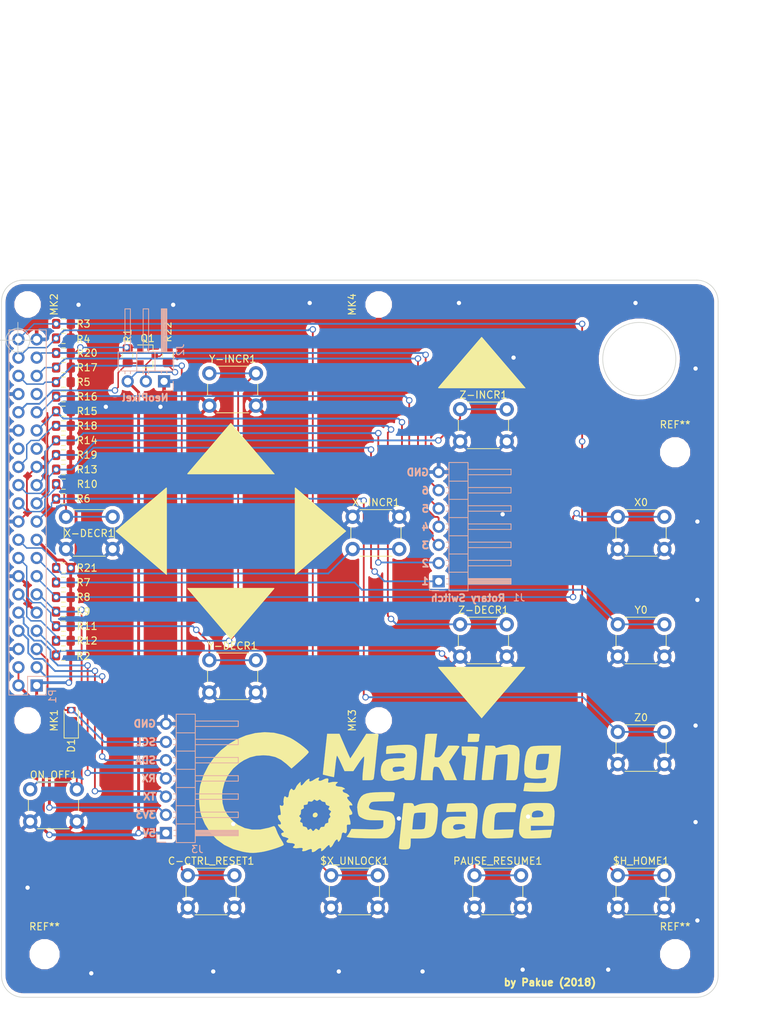
<source format=kicad_pcb>
(kicad_pcb (version 20171130) (host pcbnew "(5.0.0-3-g5ebb6b6)")
  (title_block (date "15 nov 2012"))
  (layers (0 F.Cu signal hide) (31 B.Cu signal hide) (34 B.Paste user) (35 F.Paste user) (36 B.SilkS user) (37 F.SilkS user) (38 B.Mask user) (39 F.Mask user) (44 Edge.Cuts user))
  (net 0 "")
  (net 1 +3V3)
  (net 2 +5V)
  (net 3 GND)
  (net 4 /ID_SD)
  (net 5 /ID_SC)
  (net 6 /GPIO5)
  (net 7 /GPIO6)
  (net 8 /GPIO26)
  (net 9 "/GPIO2(SDA1)")
  (net 10 "/GPIO3(SCL1)")
  (net 11 "/GPIO4(GCLK)")
  (net 12 "/GPIO14(TXD0)")
  (net 13 "/GPIO15(RXD0)")
  (net 14 "/GPIO17(GEN0)")
  (net 15 "/GPIO27(GEN2)")
  (net 16 "/GPIO22(GEN3)")
  (net 17 "/GPIO23(GEN4)")
  (net 18 "/GPIO24(GEN5)")
  (net 19 "/GPIO25(GEN6)")
  (net 20 "/GPIO18(GEN1)(PWM0)")
  (net 21 "/GPIO10(SPI0_MOSI)")
  (net 22 "/GPIO9(SPI0_MISO)")
  (net 23 "/GPIO11(SPI0_SCK)")
  (net 24 "/GPIO8(SPI0_CE_N)")
  (net 25 "/GPIO7(SPI1_CE_N)")
  (net 26 "/GPIO12(PWM0)")
  (net 27 "/GPIO13(PWM1)")
  (net 28 "/GPIO19(SPI1_MISO)")
  (net 29 /GPIO16)
  (net 30 "/GPIO20(SPI1_MOSI)")
  (net 31 "/GPIO21(SPI1_SCK)")
  (net 32 "Net-(J2-Pad2)")
  (module Graphics:CoMakingSpace_Logo (layer F.Cu) (at 87.182 148.991)
    (fp_text reference G*** hide)
    (fp_text value LOGO hide)
  )
  (module MountingHole:MountingHole_2.7mm_M2.5 (layer F.Cu) (at 86.906 80.875 90)
    (fp_text reference MK4 (at 0 -3.7 90) (layer F.SilkS))
    (fp_text value M2.5)
    (pad 1 np_thru_hole circle (at 0 0 90) (size 2.7 2.7) (drill 2.7) (layers *.Cu *.Mask))
  )
  (module Connector_PinSocket_2.54mm:PinSocket_2x20_P2.54mm_Vertical (layer B.Cu) (at 39.176 134.005)
    (fp_text reference P1 (at 2.208 1.512 -270) (layer B.SilkS) (effects (justify mirror)))
    (fp_text value Conn_02x20_Odd_Even)
    (pad 1 thru_hole rect (at 0 0) (size 1.7 1.7) (drill 1) (layers *.Cu *.Mask) (net 1 +3V3))
    (pad 2 thru_hole oval (at -2.54 0) (size 1.7 1.7) (drill 1) (layers *.Cu *.Mask) (net 2 +5V))
    (pad 3 thru_hole oval (at 0 -2.54) (size 1.7 1.7) (drill 1) (layers *.Cu *.Mask) (net 9 "/GPIO2(SDA1)"))
    (pad 4 thru_hole oval (at -2.54 -2.54) (size 1.7 1.7) (drill 1) (layers *.Cu *.Mask) (net 2 +5V))
    (pad 5 thru_hole oval (at 0 -5.08) (size 1.7 1.7) (drill 1) (layers *.Cu *.Mask) (net 10 "/GPIO3(SCL1)"))
    (pad 6 thru_hole oval (at -2.54 -5.08) (size 1.7 1.7) (drill 1) (layers *.Cu *.Mask) (net 3 GND))
    (pad 7 thru_hole oval (at 0 -7.62) (size 1.7 1.7) (drill 1) (layers *.Cu *.Mask) (net 11 "/GPIO4(GCLK)"))
    (pad 8 thru_hole oval (at -2.54 -7.62) (size 1.7 1.7) (drill 1) (layers *.Cu *.Mask) (net 12 "/GPIO14(TXD0)"))
    (pad 9 thru_hole oval (at 0 -10.16) (size 1.7 1.7) (drill 1) (layers *.Cu *.Mask) (net 3 GND))
    (pad 10 thru_hole oval (at -2.54 -10.16) (size 1.7 1.7) (drill 1) (layers *.Cu *.Mask) (net 13 "/GPIO15(RXD0)"))
    (pad 11 thru_hole oval (at 0 -12.7) (size 1.7 1.7) (drill 1) (layers *.Cu *.Mask) (net 14 "/GPIO17(GEN0)"))
    (pad 12 thru_hole oval (at -2.54 -12.7) (size 1.7 1.7) (drill 1) (layers *.Cu *.Mask) (net 20 "/GPIO18(GEN1)(PWM0)"))
    (pad 13 thru_hole oval (at 0 -15.24) (size 1.7 1.7) (drill 1) (layers *.Cu *.Mask) (net 15 "/GPIO27(GEN2)"))
    (pad 14 thru_hole oval (at -2.54 -15.24) (size 1.7 1.7) (drill 1) (layers *.Cu *.Mask) (net 3 GND))
    (pad 15 thru_hole oval (at 0 -17.78) (size 1.7 1.7) (drill 1) (layers *.Cu *.Mask) (net 16 "/GPIO22(GEN3)"))
    (pad 16 thru_hole oval (at -2.54 -17.78) (size 1.7 1.7) (drill 1) (layers *.Cu *.Mask) (net 17 "/GPIO23(GEN4)"))
    (pad 17 thru_hole oval (at 0 -20.32) (size 1.7 1.7) (drill 1) (layers *.Cu *.Mask) (net 1 +3V3))
    (pad 18 thru_hole oval (at -2.54 -20.32) (size 1.7 1.7) (drill 1) (layers *.Cu *.Mask) (net 18 "/GPIO24(GEN5)"))
    (pad 19 thru_hole oval (at 0 -22.86) (size 1.7 1.7) (drill 1) (layers *.Cu *.Mask) (net 21 "/GPIO10(SPI0_MOSI)"))
    (pad 20 thru_hole oval (at -2.54 -22.86) (size 1.7 1.7) (drill 1) (layers *.Cu *.Mask) (net 3 GND))
    (pad 21 thru_hole oval (at 0 -25.4) (size 1.7 1.7) (drill 1) (layers *.Cu *.Mask) (net 22 "/GPIO9(SPI0_MISO)"))
    (pad 22 thru_hole oval (at -2.54 -25.4) (size 1.7 1.7) (drill 1) (layers *.Cu *.Mask) (net 19 "/GPIO25(GEN6)"))
    (pad 23 thru_hole oval (at 0 -27.94) (size 1.7 1.7) (drill 1) (layers *.Cu *.Mask) (net 23 "/GPIO11(SPI0_SCK)"))
    (pad 24 thru_hole oval (at -2.54 -27.94) (size 1.7 1.7) (drill 1) (layers *.Cu *.Mask) (net 24 "/GPIO8(SPI0_CE_N)"))
    (pad 25 thru_hole oval (at 0 -30.48) (size 1.7 1.7) (drill 1) (layers *.Cu *.Mask) (net 3 GND))
    (pad 26 thru_hole oval (at -2.54 -30.48) (size 1.7 1.7) (drill 1) (layers *.Cu *.Mask) (net 25 "/GPIO7(SPI1_CE_N)"))
    (pad 27 thru_hole oval (at 0 -33.02) (size 1.7 1.7) (drill 1) (layers *.Cu *.Mask) (net 4 /ID_SD))
    (pad 28 thru_hole oval (at -2.54 -33.02) (size 1.7 1.7) (drill 1) (layers *.Cu *.Mask) (net 5 /ID_SC))
    (pad 29 thru_hole oval (at 0 -35.56) (size 1.7 1.7) (drill 1) (layers *.Cu *.Mask) (net 6 /GPIO5))
    (pad 30 thru_hole oval (at -2.54 -35.56) (size 1.7 1.7) (drill 1) (layers *.Cu *.Mask) (net 3 GND))
    (pad 31 thru_hole oval (at 0 -38.1) (size 1.7 1.7) (drill 1) (layers *.Cu *.Mask) (net 7 /GPIO6))
    (pad 32 thru_hole oval (at -2.54 -38.1) (size 1.7 1.7) (drill 1) (layers *.Cu *.Mask) (net 26 "/GPIO12(PWM0)"))
    (pad 33 thru_hole oval (at 0 -40.64) (size 1.7 1.7) (drill 1) (layers *.Cu *.Mask) (net 27 "/GPIO13(PWM1)"))
    (pad 34 thru_hole oval (at -2.54 -40.64) (size 1.7 1.7) (drill 1) (layers *.Cu *.Mask) (net 3 GND))
    (pad 35 thru_hole oval (at 0 -43.18) (size 1.7 1.7) (drill 1) (layers *.Cu *.Mask) (net 28 "/GPIO19(SPI1_MISO)"))
    (pad 36 thru_hole oval (at -2.54 -43.18) (size 1.7 1.7) (drill 1) (layers *.Cu *.Mask) (net 29 /GPIO16))
    (pad 37 thru_hole oval (at 0 -45.72) (size 1.7 1.7) (drill 1) (layers *.Cu *.Mask) (net 8 /GPIO26))
    (pad 38 thru_hole oval (at -2.54 -45.72) (size 1.7 1.7) (drill 1) (layers *.Cu *.Mask) (net 30 "/GPIO20(SPI1_MOSI)"))
    (pad 39 thru_hole oval (at 0 -48.26) (size 1.7 1.7) (drill 1) (layers *.Cu *.Mask) (net 3 GND))
    (pad 40 thru_hole oval (at -2.54 -48.26) (size 1.7 1.7) (drill 1) (layers *.Cu *.Mask) (net 31 "/GPIO21(SPI1_SCK)"))
  )
  (module MountingHole:MountingHole_2.7mm_M2.5 (layer F.Cu) (at 86.906 138.875 90)
    (fp_text reference MK3 (at 0 -3.7 90) (layer F.SilkS))
    (fp_text value M2.5)
    (pad 1 np_thru_hole circle (at 0 0 90) (size 2.7 2.7) (drill 2.7) (layers *.Cu *.Mask))
  )
  (module MountingHole:MountingHole_2.7mm_M2.5 (layer F.Cu) (at 37.906 80.875 270)
    (fp_text reference MK2 (at 0 -3.7 270) (layer F.SilkS))
    (fp_text value M2.5)
    (pad 1 np_thru_hole circle (at 0 0 270) (size 2.7 2.7) (drill 2.7) (layers *.Cu *.Mask))
  )
  (module MountingHole:MountingHole_2.7mm_M2.5 (layer F.Cu) (at 37.906 138.875 270)
    (fp_text reference MK1 (at 0 -3.7 270) (layer F.SilkS))
    (fp_text value M2.5)
    (pad 1 np_thru_hole circle (at 0 0 270) (size 2.7 2.7) (drill 2.7) (layers *.Cu *.Mask))
  )
  (module Button_Switch_THT:SW_PUSH_6mm (layer F.Cu) (at 120.272 160.478)
    (fp_text reference $H_HOME1 (at 3.25 -2) (layer F.SilkS))
    (fp_text value SW_Push)
    (pad 2 thru_hole circle (at 0 4.5 90) (size 2 2) (drill 1.1) (layers *.Cu *.Mask) (net 3 GND))
    (pad 1 thru_hole circle (at 0 0 90) (size 2 2) (drill 1.1) (layers *.Cu *.Mask) (net 31 "/GPIO21(SPI1_SCK)"))
    (pad 2 thru_hole circle (at 6.5 4.5 90) (size 2 2) (drill 1.1) (layers *.Cu *.Mask) (net 3 GND))
    (pad 1 thru_hole circle (at 6.5 0 90) (size 2 2) (drill 1.1) (layers *.Cu *.Mask) (net 31 "/GPIO21(SPI1_SCK)"))
  )
  (module Button_Switch_THT:SW_PUSH_6mm (layer F.Cu) (at 80.272 160.478)
    (fp_text reference $X_UNLOCK1 (at 3.25 -2) (layer F.SilkS))
    (fp_text value SW_Push)
    (pad 1 thru_hole circle (at 6.5 0 90) (size 2 2) (drill 1.1) (layers *.Cu *.Mask) (net 30 "/GPIO20(SPI1_MOSI)"))
    (pad 2 thru_hole circle (at 6.5 4.5 90) (size 2 2) (drill 1.1) (layers *.Cu *.Mask) (net 3 GND))
    (pad 1 thru_hole circle (at 0 0 90) (size 2 2) (drill 1.1) (layers *.Cu *.Mask) (net 30 "/GPIO20(SPI1_MOSI)"))
    (pad 2 thru_hole circle (at 0 4.5 90) (size 2 2) (drill 1.1) (layers *.Cu *.Mask) (net 3 GND))
  )
  (module Button_Switch_THT:SW_PUSH_6mm (layer F.Cu) (at 60.272 160.478)
    (fp_text reference C-CTRL_RESET1 (at 3.25 -2) (layer F.SilkS))
    (fp_text value SW_Push)
    (pad 2 thru_hole circle (at 0 4.5 90) (size 2 2) (drill 1.1) (layers *.Cu *.Mask) (net 3 GND))
    (pad 1 thru_hole circle (at 0 0 90) (size 2 2) (drill 1.1) (layers *.Cu *.Mask) (net 29 /GPIO16))
    (pad 2 thru_hole circle (at 6.5 4.5 90) (size 2 2) (drill 1.1) (layers *.Cu *.Mask) (net 3 GND))
    (pad 1 thru_hole circle (at 6.5 0 90) (size 2 2) (drill 1.1) (layers *.Cu *.Mask) (net 29 /GPIO16))
  )
  (module Button_Switch_THT:SW_PUSH_6mm (layer F.Cu) (at 38.272 148.478)
    (fp_text reference ON_OFF1 (at 3.25 -2) (layer F.SilkS))
    (fp_text value SW_Push)
    (pad 1 thru_hole circle (at 6.5 0 90) (size 2 2) (drill 1.1) (layers *.Cu *.Mask) (net 14 "/GPIO17(GEN0)"))
    (pad 2 thru_hole circle (at 6.5 4.5 90) (size 2 2) (drill 1.1) (layers *.Cu *.Mask) (net 3 GND))
    (pad 1 thru_hole circle (at 0 0 90) (size 2 2) (drill 1.1) (layers *.Cu *.Mask) (net 14 "/GPIO17(GEN0)"))
    (pad 2 thru_hole circle (at 0 4.5 90) (size 2 2) (drill 1.1) (layers *.Cu *.Mask) (net 3 GND))
  )
  (module Button_Switch_THT:SW_PUSH_6mm (layer F.Cu) (at 100.272 160.478)
    (fp_text reference PAUSE_RESUME1 (at 3.25 -2) (layer F.SilkS))
    (fp_text value SW_Push)
    (pad 1 thru_hole circle (at 6.5 0 90) (size 2 2) (drill 1.1) (layers *.Cu *.Mask) (net 11 "/GPIO4(GCLK)"))
    (pad 2 thru_hole circle (at 6.5 4.5 90) (size 2 2) (drill 1.1) (layers *.Cu *.Mask) (net 3 GND))
    (pad 1 thru_hole circle (at 0 0 90) (size 2 2) (drill 1.1) (layers *.Cu *.Mask) (net 11 "/GPIO4(GCLK)"))
    (pad 2 thru_hole circle (at 0 4.5 90) (size 2 2) (drill 1.1) (layers *.Cu *.Mask) (net 3 GND))
  )
  (module Button_Switch_THT:SW_PUSH_6mm (layer F.Cu) (at 120.272 110.478)
    (fp_text reference X0 (at 3.25 -2) (layer F.SilkS))
    (fp_text value SW_Push)
    (pad 2 thru_hole circle (at 0 4.5 90) (size 2 2) (drill 1.1) (layers *.Cu *.Mask) (net 3 GND))
    (pad 1 thru_hole circle (at 0 0 90) (size 2 2) (drill 1.1) (layers *.Cu *.Mask) (net 15 "/GPIO27(GEN2)"))
    (pad 2 thru_hole circle (at 6.5 4.5 90) (size 2 2) (drill 1.1) (layers *.Cu *.Mask) (net 3 GND))
    (pad 1 thru_hole circle (at 6.5 0 90) (size 2 2) (drill 1.1) (layers *.Cu *.Mask) (net 15 "/GPIO27(GEN2)"))
  )
  (module Button_Switch_THT:SW_PUSH_6mm (layer F.Cu) (at 43.272 110.478)
    (fp_text reference X-DECR1 (at 3.25 2.306) (layer F.SilkS))
    (fp_text value SW_Push)
    (pad 1 thru_hole circle (at 6.5 0 90) (size 2 2) (drill 1.1) (layers *.Cu *.Mask) (net 19 "/GPIO25(GEN6)"))
    (pad 2 thru_hole circle (at 6.5 4.5 90) (size 2 2) (drill 1.1) (layers *.Cu *.Mask) (net 3 GND))
    (pad 1 thru_hole circle (at 0 0 90) (size 2 2) (drill 1.1) (layers *.Cu *.Mask) (net 19 "/GPIO25(GEN6)"))
    (pad 2 thru_hole circle (at 0 4.5 90) (size 2 2) (drill 1.1) (layers *.Cu *.Mask) (net 3 GND))
  )
  (module Button_Switch_THT:SW_PUSH_6mm (layer F.Cu) (at 83.272 110.478)
    (fp_text reference X-INCR1 (at 3.25 -2) (layer F.SilkS))
    (fp_text value SW_Push)
    (pad 1 thru_hole circle (at 6.5 0 90) (size 2 2) (drill 1.1) (layers *.Cu *.Mask) (net 3 GND))
    (pad 2 thru_hole circle (at 6.5 4.5 90) (size 2 2) (drill 1.1) (layers *.Cu *.Mask) (net 18 "/GPIO24(GEN5)"))
    (pad 1 thru_hole circle (at 0 0 90) (size 2 2) (drill 1.1) (layers *.Cu *.Mask) (net 3 GND))
    (pad 2 thru_hole circle (at 0 4.5 90) (size 2 2) (drill 1.1) (layers *.Cu *.Mask) (net 18 "/GPIO24(GEN5)"))
  )
  (module Button_Switch_THT:SW_PUSH_6mm (layer F.Cu) (at 120.272 125.478)
    (fp_text reference Y0 (at 3.25 -2) (layer F.SilkS))
    (fp_text value SW_Push)
    (pad 1 thru_hole circle (at 6.5 0 90) (size 2 2) (drill 1.1) (layers *.Cu *.Mask) (net 16 "/GPIO22(GEN3)"))
    (pad 2 thru_hole circle (at 6.5 4.5 90) (size 2 2) (drill 1.1) (layers *.Cu *.Mask) (net 3 GND))
    (pad 1 thru_hole circle (at 0 0 90) (size 2 2) (drill 1.1) (layers *.Cu *.Mask) (net 16 "/GPIO22(GEN3)"))
    (pad 2 thru_hole circle (at 0 4.5 90) (size 2 2) (drill 1.1) (layers *.Cu *.Mask) (net 3 GND))
  )
  (module Button_Switch_THT:SW_PUSH_6mm (layer F.Cu) (at 63.272 130.478)
    (fp_text reference Y-DECR1 (at 3.25 -2) (layer F.SilkS))
    (fp_text value SW_Push)
    (pad 2 thru_hole circle (at 0 4.5 90) (size 2 2) (drill 1.1) (layers *.Cu *.Mask) (net 3 GND))
    (pad 1 thru_hole circle (at 0 0 90) (size 2 2) (drill 1.1) (layers *.Cu *.Mask) (net 17 "/GPIO23(GEN4)"))
    (pad 2 thru_hole circle (at 6.5 4.5 90) (size 2 2) (drill 1.1) (layers *.Cu *.Mask) (net 3 GND))
    (pad 1 thru_hole circle (at 6.5 0 90) (size 2 2) (drill 1.1) (layers *.Cu *.Mask) (net 17 "/GPIO23(GEN4)"))
  )
  (module Button_Switch_THT:SW_PUSH_6mm (layer F.Cu) (at 63.272 90.478)
    (fp_text reference Y-INCR1 (at 3.25 -2) (layer F.SilkS))
    (fp_text value SW_Push)
    (pad 2 thru_hole circle (at 0 4.5 90) (size 2 2) (drill 1.1) (layers *.Cu *.Mask) (net 3 GND))
    (pad 1 thru_hole circle (at 0 0 90) (size 2 2) (drill 1.1) (layers *.Cu *.Mask) (net 20 "/GPIO18(GEN1)(PWM0)"))
    (pad 2 thru_hole circle (at 6.5 4.5 90) (size 2 2) (drill 1.1) (layers *.Cu *.Mask) (net 3 GND))
    (pad 1 thru_hole circle (at 6.5 0 90) (size 2 2) (drill 1.1) (layers *.Cu *.Mask) (net 20 "/GPIO18(GEN1)(PWM0)"))
  )
  (module Button_Switch_THT:SW_PUSH_6mm (layer F.Cu) (at 120.272 140.478)
    (fp_text reference Z0 (at 3.25 -2) (layer F.SilkS))
    (fp_text value SW_Push)
    (pad 2 thru_hole circle (at 0 4.5 90) (size 2 2) (drill 1.1) (layers *.Cu *.Mask) (net 3 GND))
    (pad 1 thru_hole circle (at 0 0 90) (size 2 2) (drill 1.1) (layers *.Cu *.Mask) (net 21 "/GPIO10(SPI0_MOSI)"))
    (pad 2 thru_hole circle (at 6.5 4.5 90) (size 2 2) (drill 1.1) (layers *.Cu *.Mask) (net 3 GND))
    (pad 1 thru_hole circle (at 6.5 0 90) (size 2 2) (drill 1.1) (layers *.Cu *.Mask) (net 21 "/GPIO10(SPI0_MOSI)"))
  )
  (module Button_Switch_THT:SW_PUSH_6mm (layer F.Cu) (at 98.272 125.478)
    (fp_text reference Z-DECR1 (at 3.25 -2) (layer F.SilkS))
    (fp_text value SW_Push)
    (pad 2 thru_hole circle (at 0 4.5 90) (size 2 2) (drill 1.1) (layers *.Cu *.Mask) (net 3 GND))
    (pad 1 thru_hole circle (at 0 0 90) (size 2 2) (drill 1.1) (layers *.Cu *.Mask) (net 25 "/GPIO7(SPI1_CE_N)"))
    (pad 2 thru_hole circle (at 6.5 4.5 90) (size 2 2) (drill 1.1) (layers *.Cu *.Mask) (net 3 GND))
    (pad 1 thru_hole circle (at 6.5 0 90) (size 2 2) (drill 1.1) (layers *.Cu *.Mask) (net 25 "/GPIO7(SPI1_CE_N)"))
  )
  (module Button_Switch_THT:SW_PUSH_6mm (layer F.Cu) (at 98.272 95.478)
    (fp_text reference Z-INCR1 (at 3.25 -2) (layer F.SilkS))
    (fp_text value SW_Push)
    (pad 1 thru_hole circle (at 6.5 0 90) (size 2 2) (drill 1.1) (layers *.Cu *.Mask) (net 24 "/GPIO8(SPI0_CE_N)"))
    (pad 2 thru_hole circle (at 6.5 4.5 90) (size 2 2) (drill 1.1) (layers *.Cu *.Mask) (net 3 GND))
    (pad 1 thru_hole circle (at 0 0 90) (size 2 2) (drill 1.1) (layers *.Cu *.Mask) (net 24 "/GPIO8(SPI0_CE_N)"))
    (pad 2 thru_hole circle (at 0 4.5 90) (size 2 2) (drill 1.1) (layers *.Cu *.Mask) (net 3 GND))
  )
  (module Connector_PinHeader_2.54mm:PinHeader_1x07_P2.54mm_Horizontal (layer B.Cu) (at 95.272 119.478)
    (fp_text reference J1 (at 11.214 2.27) (layer B.SilkS) (effects (justify mirror)))
    (fp_text value Conn_01x07_Male)
    (pad 1 thru_hole rect (at 0 0) (size 1.7 1.7) (drill 1) (layers *.Cu *.Mask) (net 22 "/GPIO9(SPI0_MISO)"))
    (pad 2 thru_hole oval (at 0 -2.54) (size 1.7 1.7) (drill 1) (layers *.Cu *.Mask) (net 23 "/GPIO11(SPI0_SCK)"))
    (pad 3 thru_hole oval (at 0 -5.08) (size 1.7 1.7) (drill 1) (layers *.Cu *.Mask) (net 6 /GPIO5))
    (pad 4 thru_hole oval (at 0 -7.62) (size 1.7 1.7) (drill 1) (layers *.Cu *.Mask) (net 7 /GPIO6))
    (pad 5 thru_hole oval (at 0 -10.16) (size 1.7 1.7) (drill 1) (layers *.Cu *.Mask) (net 28 "/GPIO19(SPI1_MISO)"))
    (pad 6 thru_hole oval (at 0 -12.7) (size 1.7 1.7) (drill 1) (layers *.Cu *.Mask) (net 8 /GPIO26))
    (pad 7 thru_hole oval (at 0 -15.24) (size 1.7 1.7) (drill 1) (layers *.Cu *.Mask) (net 3 GND))
  )
  (module Resistor_SMD:R_0805_2012Metric_Pad1.15x1.40mm_HandSolder (layer F.Cu) (at 42.899 129.802 180)
    (fp_text reference R2 (at -2.785 -0.127 180) (layer F.SilkS))
    (fp_text value 10k)
    (pad 2 smd roundrect (at 1.025 0 180) (size 1.15 1.4) (layers F.Cu F.Paste F.Mask) (roundrect_rratio 0.217391) (net 11 "/GPIO4(GCLK)"))
    (pad 1 smd roundrect (at -1.025 0 180) (size 1.15 1.4) (layers F.Cu F.Paste F.Mask) (roundrect_rratio 0.217391) (net 1 +3V3))
  )
  (module Resistor_SMD:R_0805_2012Metric_Pad1.15x1.40mm_HandSolder (layer F.Cu) (at 42.917 83.574 180)
    (fp_text reference R3 (at -2.785 0 180) (layer F.SilkS))
    (fp_text value 10k)
    (pad 1 smd roundrect (at -1.025 0 180) (size 1.15 1.4) (layers F.Cu F.Paste F.Mask) (roundrect_rratio 0.217391) (net 1 +3V3))
    (pad 2 smd roundrect (at 1.025 0 180) (size 1.15 1.4) (layers F.Cu F.Paste F.Mask) (roundrect_rratio 0.217391) (net 31 "/GPIO21(SPI1_SCK)"))
  )
  (module Resistor_SMD:R_0805_2012Metric_Pad1.15x1.40mm_HandSolder (layer F.Cu) (at 42.899 85.606 180)
    (fp_text reference R4 (at -2.785 -0.127 180) (layer F.SilkS))
    (fp_text value 10k)
    (pad 2 smd roundrect (at 1.025 0 180) (size 1.15 1.4) (layers F.Cu F.Paste F.Mask) (roundrect_rratio 0.217391) (net 30 "/GPIO20(SPI1_MOSI)"))
    (pad 1 smd roundrect (at -1.025 0 180) (size 1.15 1.4) (layers F.Cu F.Paste F.Mask) (roundrect_rratio 0.217391) (net 1 +3V3))
  )
  (module Resistor_SMD:R_0805_2012Metric_Pad1.15x1.40mm_HandSolder (layer F.Cu) (at 42.899 91.702 180)
    (fp_text reference R5 (at -2.803 0 180) (layer F.SilkS))
    (fp_text value 10k)
    (pad 1 smd roundrect (at -1.025 0 180) (size 1.15 1.4) (layers F.Cu F.Paste F.Mask) (roundrect_rratio 0.217391) (net 1 +3V3))
    (pad 2 smd roundrect (at 1.025 0 180) (size 1.15 1.4) (layers F.Cu F.Paste F.Mask) (roundrect_rratio 0.217391) (net 29 /GPIO16))
  )
  (module Resistor_SMD:R_0805_2012Metric_Pad1.15x1.40mm_HandSolder (layer F.Cu) (at 42.899 107.958 180)
    (fp_text reference R6 (at -2.803 0 180) (layer F.SilkS))
    (fp_text value 10k)
    (pad 2 smd roundrect (at 1.025 0 180) (size 1.15 1.4) (layers F.Cu F.Paste F.Mask) (roundrect_rratio 0.217391) (net 21 "/GPIO10(SPI0_MOSI)"))
    (pad 1 smd roundrect (at -1.025 0 180) (size 1.15 1.4) (layers F.Cu F.Paste F.Mask) (roundrect_rratio 0.217391) (net 1 +3V3))
  )
  (module Resistor_SMD:R_0805_2012Metric_Pad1.15x1.40mm_HandSolder (layer F.Cu) (at 42.899 119.642 180)
    (fp_text reference R7 (at -2.803 0 180) (layer F.SilkS))
    (fp_text value 10k)
    (pad 1 smd roundrect (at -1.025 0 180) (size 1.15 1.4) (layers F.Cu F.Paste F.Mask) (roundrect_rratio 0.217391) (net 1 +3V3))
    (pad 2 smd roundrect (at 1.025 0 180) (size 1.15 1.4) (layers F.Cu F.Paste F.Mask) (roundrect_rratio 0.217391) (net 16 "/GPIO22(GEN3)"))
  )
  (module Resistor_SMD:R_0805_2012Metric_Pad1.15x1.40mm_HandSolder (layer F.Cu) (at 42.899 121.674 180)
    (fp_text reference R8 (at -2.803 0 180) (layer F.SilkS))
    (fp_text value 10k)
    (pad 2 smd roundrect (at 1.025 0 180) (size 1.15 1.4) (layers F.Cu F.Paste F.Mask) (roundrect_rratio 0.217391) (net 15 "/GPIO27(GEN2)"))
    (pad 1 smd roundrect (at -1.025 0 180) (size 1.15 1.4) (layers F.Cu F.Paste F.Mask) (roundrect_rratio 0.217391) (net 1 +3V3))
  )
  (module Resistor_SMD:R_0805_2012Metric_Pad1.15x1.40mm_HandSolder (layer F.Cu) (at 42.899 123.706 180)
    (fp_text reference R9 (at -2.803 0 180) (layer F.SilkS))
    (fp_text value 10k)
    (pad 1 smd roundrect (at -1.025 0 180) (size 1.15 1.4) (layers F.Cu F.Paste F.Mask) (roundrect_rratio 0.217391) (net 1 +3V3))
    (pad 2 smd roundrect (at 1.025 0 180) (size 1.15 1.4) (layers F.Cu F.Paste F.Mask) (roundrect_rratio 0.217391) (net 14 "/GPIO17(GEN0)"))
  )
  (module Resistor_SMD:R_0805_2012Metric_Pad1.15x1.40mm_HandSolder (layer F.Cu) (at 42.917 105.926 180)
    (fp_text reference R10 (at -3.311 0 180) (layer F.SilkS))
    (fp_text value 10k)
    (pad 2 smd roundrect (at 1.025 0 180) (size 1.15 1.4) (layers F.Cu F.Paste F.Mask) (roundrect_rratio 0.217391) (net 19 "/GPIO25(GEN6)"))
    (pad 1 smd roundrect (at -1.025 0 180) (size 1.15 1.4) (layers F.Cu F.Paste F.Mask) (roundrect_rratio 0.217391) (net 1 +3V3))
  )
  (module Resistor_SMD:R_0805_2012Metric_Pad1.15x1.40mm_HandSolder (layer F.Cu) (at 42.899 125.738 180)
    (fp_text reference R11 (at -3.311 0 180) (layer F.SilkS))
    (fp_text value 10k)
    (pad 1 smd roundrect (at -1.025 0 180) (size 1.15 1.4) (layers F.Cu F.Paste F.Mask) (roundrect_rratio 0.217391) (net 1 +3V3))
    (pad 2 smd roundrect (at 1.025 0 180) (size 1.15 1.4) (layers F.Cu F.Paste F.Mask) (roundrect_rratio 0.217391) (net 17 "/GPIO23(GEN4)"))
  )
  (module Resistor_SMD:R_0805_2012Metric_Pad1.15x1.40mm_HandSolder (layer F.Cu) (at 42.899 127.77 180)
    (fp_text reference R12 (at -3.311 0 180) (layer F.SilkS))
    (fp_text value 10k)
    (pad 1 smd roundrect (at -1.025 0 180) (size 1.15 1.4) (layers F.Cu F.Paste F.Mask) (roundrect_rratio 0.217391) (net 1 +3V3))
    (pad 2 smd roundrect (at 1.025 0 180) (size 1.15 1.4) (layers F.Cu F.Paste F.Mask) (roundrect_rratio 0.217391) (net 20 "/GPIO18(GEN1)(PWM0)"))
  )
  (module Resistor_SMD:R_0805_2012Metric_Pad1.15x1.40mm_HandSolder (layer F.Cu) (at 42.917 103.894 180)
    (fp_text reference R13 (at -3.293 0 180) (layer F.SilkS))
    (fp_text value 10k)
    (pad 2 smd roundrect (at 1.025 0 180) (size 1.15 1.4) (layers F.Cu F.Paste F.Mask) (roundrect_rratio 0.217391) (net 22 "/GPIO9(SPI0_MISO)"))
    (pad 1 smd roundrect (at -1.025 0 180) (size 1.15 1.4) (layers F.Cu F.Paste F.Mask) (roundrect_rratio 0.217391) (net 1 +3V3))
  )
  (module Resistor_SMD:R_0805_2012Metric_Pad1.15x1.40mm_HandSolder (layer F.Cu) (at 42.899 99.83 180)
    (fp_text reference R14 (at -3.311 0 180) (layer F.SilkS))
    (fp_text value 10k)
    (pad 1 smd roundrect (at -1.025 0 180) (size 1.15 1.4) (layers F.Cu F.Paste F.Mask) (roundrect_rratio 0.217391) (net 1 +3V3))
    (pad 2 smd roundrect (at 1.025 0 180) (size 1.15 1.4) (layers F.Cu F.Paste F.Mask) (roundrect_rratio 0.217391) (net 23 "/GPIO11(SPI0_SCK)"))
  )
  (module Resistor_SMD:R_0805_2012Metric_Pad1.15x1.40mm_HandSolder (layer F.Cu) (at 42.917 95.766 180)
    (fp_text reference R15 (at -3.293 0 180) (layer F.SilkS))
    (fp_text value 10k)
    (pad 2 smd roundrect (at 1.025 0 180) (size 1.15 1.4) (layers F.Cu F.Paste F.Mask) (roundrect_rratio 0.217391) (net 6 /GPIO5))
    (pad 1 smd roundrect (at -1.025 0 180) (size 1.15 1.4) (layers F.Cu F.Paste F.Mask) (roundrect_rratio 0.217391) (net 1 +3V3))
  )
  (module Resistor_SMD:R_0805_2012Metric_Pad1.15x1.40mm_HandSolder (layer F.Cu) (at 42.917 93.734 180)
    (fp_text reference R16 (at -3.311 0 180) (layer F.SilkS))
    (fp_text value 10k)
    (pad 1 smd roundrect (at -1.025 0 180) (size 1.15 1.4) (layers F.Cu F.Paste F.Mask) (roundrect_rratio 0.217391) (net 1 +3V3))
    (pad 2 smd roundrect (at 1.025 0 180) (size 1.15 1.4) (layers F.Cu F.Paste F.Mask) (roundrect_rratio 0.217391) (net 7 /GPIO6))
  )
  (module Resistor_SMD:R_0805_2012Metric_Pad1.15x1.40mm_HandSolder (layer F.Cu) (at 42.917 89.67 180)
    (fp_text reference R17 (at -3.293 0 180) (layer F.SilkS))
    (fp_text value 10k)
    (pad 2 smd roundrect (at 1.025 0 180) (size 1.15 1.4) (layers F.Cu F.Paste F.Mask) (roundrect_rratio 0.217391) (net 28 "/GPIO19(SPI1_MISO)"))
    (pad 1 smd roundrect (at -1.025 0 180) (size 1.15 1.4) (layers F.Cu F.Paste F.Mask) (roundrect_rratio 0.217391) (net 1 +3V3))
  )
  (module Resistor_SMD:R_0805_2012Metric_Pad1.15x1.40mm_HandSolder (layer F.Cu) (at 42.908 97.798 180)
    (fp_text reference R18 (at -3.302 0 180) (layer F.SilkS))
    (fp_text value 10k)
    (pad 2 smd roundrect (at 1.025 0 180) (size 1.15 1.4) (layers F.Cu F.Paste F.Mask) (roundrect_rratio 0.217391) (net 25 "/GPIO7(SPI1_CE_N)"))
    (pad 1 smd roundrect (at -1.025 0 180) (size 1.15 1.4) (layers F.Cu F.Paste F.Mask) (roundrect_rratio 0.217391) (net 1 +3V3))
  )
  (module Resistor_SMD:R_0805_2012Metric_Pad1.15x1.40mm_HandSolder (layer F.Cu) (at 42.899 101.862 180)
    (fp_text reference R19 (at -3.293 0 180) (layer F.SilkS))
    (fp_text value 10k)
    (pad 2 smd roundrect (at 1.025 0 180) (size 1.15 1.4) (layers F.Cu F.Paste F.Mask) (roundrect_rratio 0.217391) (net 24 "/GPIO8(SPI0_CE_N)"))
    (pad 1 smd roundrect (at -1.025 0 180) (size 1.15 1.4) (layers F.Cu F.Paste F.Mask) (roundrect_rratio 0.217391) (net 1 +3V3))
  )
  (module Resistor_SMD:R_0805_2012Metric_Pad1.15x1.40mm_HandSolder (layer F.Cu) (at 42.917 87.638 180)
    (fp_text reference R20 (at -3.293 0 180) (layer F.SilkS))
    (fp_text value 10k)
    (pad 1 smd roundrect (at -1.025 0 180) (size 1.15 1.4) (layers F.Cu F.Paste F.Mask) (roundrect_rratio 0.217391) (net 1 +3V3))
    (pad 2 smd roundrect (at 1.025 0 180) (size 1.15 1.4) (layers F.Cu F.Paste F.Mask) (roundrect_rratio 0.217391) (net 8 /GPIO26))
  )
  (module Resistor_SMD:R_0805_2012Metric_Pad1.15x1.40mm_HandSolder (layer F.Cu) (at 42.917 117.61 180)
    (fp_text reference R21 (at -3.293 0 180) (layer F.SilkS))
    (fp_text value 10k)
    (pad 1 smd roundrect (at -1.025 0 180) (size 1.15 1.4) (layers F.Cu F.Paste F.Mask) (roundrect_rratio 0.217391) (net 1 +3V3))
    (pad 2 smd roundrect (at 1.025 0 180) (size 1.15 1.4) (layers F.Cu F.Paste F.Mask) (roundrect_rratio 0.217391) (net 18 "/GPIO24(GEN5)"))
  )
  (module MountingHole:MountingHole_3.2mm_M3_ISO7380 (layer F.Cu) (at 40.272 171.478)
    (fp_text reference REF** (at 0 -3.85) (layer F.SilkS))
    (fp_text value MountingHole_3.2mm_M3_ISO7380)
    (pad 1 np_thru_hole circle (at 0 0) (size 3.2 3.2) (drill 3.2) (layers *.Cu *.Mask))
  )
  (module MountingHole:MountingHole_3.2mm_M3_ISO7380 (layer F.Cu) (at 128.272 171.478)
    (fp_text reference REF** (at 0 -3.85) (layer F.SilkS))
    (fp_text value MountingHole_3.2mm_M3_ISO7380)
    (pad 1 np_thru_hole circle (at 0 0) (size 3.2 3.2) (drill 3.2) (layers *.Cu *.Mask))
  )
  (module MountingHole:MountingHole_3.2mm_M3_ISO7380 (layer F.Cu) (at 128.272 101.478)
    (fp_text reference REF** (at 0 -3.85) (layer F.SilkS))
    (fp_text value MountingHole_3.2mm_M3_ISO7380)
    (pad 1 np_thru_hole circle (at 0 0) (size 3.2 3.2) (drill 3.2) (layers *.Cu *.Mask))
  )
  (module Connector_PinHeader_2.54mm:PinHeader_1x03_P2.54mm_Horizontal (layer B.Cu) (at 56.956 91.587 90)
    (fp_text reference J2 (at 4.385 2.27 90) (layer B.SilkS) (effects (justify mirror)))
    (fp_text value Conn_01x03_Male)
    (pad 1 thru_hole rect (at 0 0 90) (size 1.7 1.7) (drill 1) (layers *.Cu *.Mask) (net 3 GND))
    (pad 2 thru_hole oval (at 0 -2.54 90) (size 1.7 1.7) (drill 1) (layers *.Cu *.Mask) (net 32 "Net-(J2-Pad2)"))
    (pad 3 thru_hole oval (at 0 -5.08 90) (size 1.7 1.7) (drill 1) (layers *.Cu *.Mask) (net 2 +5V))
  )
  (module Diode_SMD:D_SOD-123 (layer F.Cu) (at 44.002 139.085 90)
    (fp_text reference D1 (at -3.302 0 90) (layer F.SilkS))
    (fp_text value 1N4148W)
    (pad 1 smd rect (at -1.65 0 90) (size 0.9 1.2) (layers F.Cu F.Paste F.Mask) (net 14 "/GPIO17(GEN0)"))
    (pad 2 smd rect (at 1.65 0 90) (size 0.9 1.2) (layers F.Cu F.Paste F.Mask) (net 10 "/GPIO3(SCL1)"))
  )
  (module Package_TO_SOT_SMD:SOT-23 (layer F.Cu) (at 54.654 88.097)
    (fp_text reference Q1 (at 0 -2.5) (layer F.SilkS))
    (fp_text value BSS138)
    (pad 1 smd rect (at -1 -0.95) (size 0.9 0.8) (layers F.Cu F.Paste F.Mask) (net 1 +3V3))
    (pad 2 smd rect (at -1 0.95) (size 0.9 0.8) (layers F.Cu F.Paste F.Mask) (net 26 "/GPIO12(PWM0)"))
    (pad 3 smd rect (at 1 0) (size 0.9 0.8) (layers F.Cu F.Paste F.Mask) (net 32 "Net-(J2-Pad2)"))
  )
  (module Resistor_SMD:R_0805_2012Metric_Pad1.15x1.40mm_HandSolder (layer F.Cu) (at 51.876 88.022 270)
    (fp_text reference R1 (at -2.785 0 270) (layer F.SilkS))
    (fp_text value 10k)
    (pad 1 smd roundrect (at -1.025 0 270) (size 1.15 1.4) (layers F.Cu F.Paste F.Mask) (roundrect_rratio 0.217391) (net 1 +3V3))
    (pad 2 smd roundrect (at 1.025 0 270) (size 1.15 1.4) (layers F.Cu F.Paste F.Mask) (roundrect_rratio 0.217391) (net 26 "/GPIO12(PWM0)"))
  )
  (module Resistor_SMD:R_0805_2012Metric_Pad1.15x1.40mm_HandSolder (layer F.Cu) (at 57.464 88.022 90)
    (fp_text reference R22 (at 3.311 0 90) (layer F.SilkS))
    (fp_text value 10k)
    (pad 2 smd roundrect (at 1.025 0 90) (size 1.15 1.4) (layers F.Cu F.Paste F.Mask) (roundrect_rratio 0.217391) (net 32 "Net-(J2-Pad2)"))
    (pad 1 smd roundrect (at -1.025 0 90) (size 1.15 1.4) (layers F.Cu F.Paste F.Mask) (roundrect_rratio 0.217391) (net 2 +5V))
  )
  (module Connector_PinHeader_2.54mm:PinHeader_1x07_P2.54mm_Horizontal (layer B.Cu) (at 57.21 154.579)
    (fp_text reference J3 (at 4.385 2.27) (layer B.SilkS) (effects (justify mirror)))
    (fp_text value Conn_01x07_Male)
    (pad 1 thru_hole rect (at 0 0) (size 1.7 1.7) (drill 1) (layers *.Cu *.Mask) (net 2 +5V))
    (pad 2 thru_hole oval (at 0 -2.54) (size 1.7 1.7) (drill 1) (layers *.Cu *.Mask) (net 1 +3V3))
    (pad 3 thru_hole oval (at 0 -5.08) (size 1.7 1.7) (drill 1) (layers *.Cu *.Mask) (net 12 "/GPIO14(TXD0)"))
    (pad 4 thru_hole oval (at 0 -7.62) (size 1.7 1.7) (drill 1) (layers *.Cu *.Mask) (net 13 "/GPIO15(RXD0)"))
    (pad 5 thru_hole oval (at 0 -10.16) (size 1.7 1.7) (drill 1) (layers *.Cu *.Mask) (net 9 "/GPIO2(SDA1)"))
    (pad 6 thru_hole oval (at 0 -12.7) (size 1.7 1.7) (drill 1) (layers *.Cu *.Mask) (net 10 "/GPIO3(SCL1)"))
    (pad 7 thru_hole oval (at 0 -15.24) (size 1.7 1.7) (drill 1) (layers *.Cu *.Mask) (net 3 GND))
  )
  (gr_text "by Pakue (2018)" (at 110.804 175.407) (layer F.SilkS) (effects (font (size 1 1) (thickness 0.25))))
  (gr_text 5V (at 55.94 154.579) (layer B.SilkS) (effects (font (size 1 1) (thickness 0.25)) (justify left mirror)))
  (gr_text 3V3 (at 55.94 152.039) (layer B.SilkS) (effects (font (size 1 1) (thickness 0.25)) (justify left mirror)))
  (gr_text TX (at 55.94 149.499) (layer B.SilkS) (effects (font (size 1 1) (thickness 0.25)) (justify left mirror)))
  (gr_text RX (at 55.94 146.959) (layer B.SilkS) (effects (font (size 1 1) (thickness 0.25)) (justify left mirror)))
  (gr_text SDA (at 55.94 144.419) (layer B.SilkS) (effects (font (size 1 1) (thickness 0.25)) (justify left mirror)))
  (gr_text SCL (at 55.94 141.879) (layer B.SilkS) (effects (font (size 1 1) (thickness 0.25)) (justify left mirror)))
  (gr_text GND (at 55.94 139.339) (layer B.SilkS) (effects (font (size 1 1) (thickness 0.25)) (justify left mirror)))
  (gr_text NeoPixel (at 57.718 93.873) (layer B.SilkS) (effects (font (size 1 1) (thickness 0.25)) (justify left mirror)))
  (gr_text 1 (at 94.002 119.478) (layer B.SilkS) (effects (font (size 1 1) (thickness 0.25)) (justify left mirror)))
  (gr_text 2 (at 94.04 116.987) (layer B.SilkS) (effects (font (size 1 1) (thickness 0.25)) (justify left mirror)))
  (gr_text 3 (at 94.04 114.447) (layer B.SilkS) (effects (font (size 1 1) (thickness 0.25)) (justify left mirror)))
  (gr_text 4 (at 94.04 111.907) (layer B.SilkS) (effects (font (size 1 1) (thickness 0.25)) (justify left mirror)))
  (gr_text 5 (at 94.04 109.367) (layer B.SilkS) (effects (font (size 1 1) (thickness 0.25)) (justify left mirror)))
  (gr_text 6 (at 94.04 106.827) (layer B.SilkS) (effects (font (size 1 1) (thickness 0.25)) (justify left mirror)))
  (gr_text GND (at 94.04 104.287) (layer B.SilkS) (effects (font (size 1 1) (thickness 0.25)) (justify left mirror)))
  (gr_text "Rotary Switch" (at 99.374 121.813) (layer B.SilkS) (effects (font (size 1 1) (thickness 0.25)) (justify mirror)))
  (target plus (at 36.558 85.86) (size 5) (width 0.1) (layer Edge.Cuts))
  (gr_poly (pts (xy 107.272 92.478) (xy 95.272 92.478) (xy 101.272 85.478)) (layer F.SilkS) (width 0.15))
  (gr_poly (pts (xy 95.272 131.478) (xy 107.272 131.478) (xy 101.272 138.478)) (layer F.SilkS) (width 0.15))
  (gr_poly (pts (xy 75.272 118.478) (xy 75.272 106.478) (xy 82.272 112.478)) (layer F.SilkS) (width 0.15))
  (gr_poly (pts (xy 60.272 120.478) (xy 72.272 120.478) (xy 66.272 127.478)) (layer F.SilkS) (width 0.15))
  (gr_poly (pts (xy 57.272 106.478) (xy 57.272 118.478) (xy 50.272 112.478)) (layer F.SilkS) (width 0.15))
  (gr_poly (pts (xy 72.272 104.478) (xy 60.272 104.478) (xy 66.272 97.478)) (layer F.SilkS) (width 0.15))
  (gr_circle (center 123.272 88.478) (end 128.372 88.478) (layer Edge.Cuts) (width 0.1))
  (gr_line (start 37.272 77.478) (end 131.272 77.478) (layer Edge.Cuts) (width 0.1))
  (gr_arc (start 131.272 80.478) (end 134.272 80.478) (angle -90) (layer Edge.Cuts) (width 0.1))
  (gr_line (start 134.272 174.478) (end 134.272 80.478) (layer Edge.Cuts) (width 0.1))
  (gr_arc (start 131.272 174.478) (end 131.272 177.478) (angle -90) (layer Edge.Cuts) (width 0.1))
  (gr_line (start 37.272 177.478) (end 131.272 177.478) (layer Edge.Cuts) (width 0.1))
  (gr_arc (start 37.272 174.478) (end 34.272 174.478) (angle -90) (layer Edge.Cuts) (width 0.1))
  (gr_arc (start 37.272 80.478) (end 34.272 80.478) (angle 90) (layer Edge.Cuts) (width 0.1))
  (gr_line (start 34.272 80.478) (end 34.272 174.478) (layer Edge.Cuts) (width 0.1))
  (segment (start 43.924 129.802) (end 43.924 127.77) (width 0.4) (layer F.Cu) (net 1))
  (segment (start 43.924 127.77) (end 43.924 125.738) (width 0.4) (layer F.Cu) (net 1))
  (segment (start 43.924 117.628) (end 43.942 117.61) (width 0.4) (layer F.Cu) (net 1))
  (segment (start 43.924 125.738) (end 43.924 117.628) (width 0.4) (layer F.Cu) (net 1))
  (segment (start 44.547372 108.581372) (end 43.924 107.958) (width 0.4) (layer F.Cu) (net 1))
  (segment (start 44.672001 116.879999) (end 44.672001 108.706001) (width 0.4) (layer F.Cu) (net 1))
  (segment (start 44.672001 108.706001) (end 44.547372 108.581372) (width 0.4) (layer F.Cu) (net 1))
  (segment (start 43.942 117.61) (end 44.672001 116.879999) (width 0.4) (layer F.Cu) (net 1))
  (segment (start 43.924 83.592) (end 43.942 83.574) (width 0.4) (layer F.Cu) (net 1))
  (segment (start 43.924 107.958) (end 43.924 83.592) (width 0.4) (layer F.Cu) (net 1))
  (via (at 43.67 133.612) (size 0.9) (drill 0.6) (layers F.Cu B.Cu) (net 1))
  (segment (start 43.924 133.358) (end 43.67 133.612) (width 0.4) (layer F.Cu) (net 1))
  (segment (start 43.924 129.802) (end 43.924 133.358) (width 0.4) (layer F.Cu) (net 1))
  (segment (start 39.569 133.612) (end 39.176 134.005) (width 0.4) (layer B.Cu) (net 1))
  (segment (start 43.67 133.612) (end 39.569 133.612) (width 0.4) (layer B.Cu) (net 1))
  (via (at 43.942 117.61) (size 0.9) (drill 0.6) (layers F.Cu B.Cu) (net 1))
  (segment (start 40.025999 114.534999) (end 39.176 113.685) (width 0.4) (layer F.Cu) (net 1))
  (segment (start 42.00099 116.50999) (end 40.025999 114.534999) (width 0.4) (layer F.Cu) (net 1))
  (segment (start 42.84199 116.50999) (end 42.00099 116.50999) (width 0.4) (layer F.Cu) (net 1))
  (segment (start 43.942 117.61) (end 42.84199 116.50999) (width 0.4) (layer F.Cu) (net 1))
  (via (at 45.272 86.863) (size 0.9) (drill 0.6) (layers F.Cu B.Cu) (net 1))
  (segment (start 44.497 87.638) (end 45.272 86.863) (width 0.2) (layer F.Cu) (net 1))
  (segment (start 43.942 87.638) (end 44.497 87.638) (width 0.2) (layer F.Cu) (net 1))
  (segment (start 45.272 86.863) (end 51.724 86.863) (width 0.2) (layer B.Cu) (net 1))
  (via (at 51.724 86.863) (size 0.9) (drill 0.6) (layers F.Cu B.Cu) (net 1))
  (segment (start 53.37 86.863) (end 53.654 87.147) (width 0.2) (layer F.Cu) (net 1))
  (segment (start 51.724 86.863) (end 53.37 86.863) (width 0.2) (layer F.Cu) (net 1))
  (segment (start 40.954 137.474458) (end 40.954 150.386604) (width 0.4) (layer F.Cu) (net 1))
  (segment (start 39.176 134.005) (end 39.176 135.696458) (width 0.4) (layer F.Cu) (net 1))
  (segment (start 39.176 135.696458) (end 40.954 137.474458) (width 0.4) (layer F.Cu) (net 1))
  (segment (start 40.954 150.386604) (end 40.954 151.023) (width 0.4) (layer F.Cu) (net 1))
  (via (at 40.954 151.023) (size 0.9) (drill 0.6) (layers F.Cu B.Cu) (net 1))
  (segment (start 56.194 151.023) (end 57.21 152.039) (width 0.25) (layer B.Cu) (net 1))
  (segment (start 40.954 151.023) (end 56.194 151.023) (width 0.25) (layer B.Cu) (net 1))
  (segment (start 36.636 134.005) (end 36.636 131.465) (width 0.25) (layer F.Cu) (net 2))
  (via (at 58.48 90.317) (size 0.9) (drill 0.6) (layers F.Cu B.Cu) (net 2))
  (segment (start 57.464 89.301) (end 58.48 90.317) (width 0.2) (layer F.Cu) (net 2))
  (segment (start 57.464 89.047) (end 57.464 89.301) (width 0.2) (layer F.Cu) (net 2))
  (segment (start 53.146 90.317) (end 51.876 91.587) (width 0.2) (layer B.Cu) (net 2))
  (segment (start 58.48 90.317) (end 53.146 90.317) (width 0.2) (layer B.Cu) (net 2))
  (via (at 40.95399 154.833) (size 0.9) (drill 0.6) (layers F.Cu B.Cu) (net 2))
  (via (at 53.4 154.578996) (size 0.9) (drill 0.6) (layers F.Cu B.Cu) (net 2))
  (segment (start 57.21 154.579) (end 53.400004 154.579) (width 0.4) (layer B.Cu) (net 2))
  (segment (start 40.95399 154.833) (end 53.145996 154.833) (width 0.4) (layer B.Cu) (net 2))
  (segment (start 53.145996 154.833) (end 53.4 154.578996) (width 0.4) (layer B.Cu) (net 2))
  (segment (start 53.400004 154.579) (end 53.4 154.578996) (width 0.4) (layer B.Cu) (net 2))
  (segment (start 53.4 93.111) (end 51.876 91.587) (width 0.4) (layer F.Cu) (net 2))
  (segment (start 53.4 154.579) (end 53.4 93.111) (width 0.4) (layer F.Cu) (net 2))
  (segment (start 40.103998 153.983008) (end 40.503991 154.383001) (width 0.4) (layer F.Cu) (net 2))
  (segment (start 36.636 134.005) (end 40.103998 137.472998) (width 0.4) (layer F.Cu) (net 2))
  (segment (start 40.103998 137.472998) (end 40.103998 153.983008) (width 0.4) (layer F.Cu) (net 2))
  (segment (start 40.503991 154.383001) (end 40.95399 154.833) (width 0.4) (layer F.Cu) (net 2))
  (segment (start 37.485999 119.614999) (end 36.636 118.765) (width 0.4) (layer F.Cu) (net 3))
  (segment (start 37.886001 120.015001) (end 37.485999 119.614999) (width 0.4) (layer F.Cu) (net 3))
  (segment (start 37.886001 122.555001) (end 37.886001 120.015001) (width 0.4) (layer F.Cu) (net 3))
  (segment (start 39.176 123.845) (end 37.886001 122.555001) (width 0.4) (layer F.Cu) (net 3))
  (segment (start 37.811001 109.969999) (end 37.485999 110.295001) (width 0.25) (layer F.Cu) (net 3))
  (segment (start 37.485999 110.295001) (end 36.636 111.145) (width 0.25) (layer F.Cu) (net 3))
  (segment (start 37.811001 104.889999) (end 37.811001 109.969999) (width 0.25) (layer F.Cu) (net 3))
  (segment (start 39.176 103.525) (end 37.811001 104.889999) (width 0.25) (layer F.Cu) (net 3))
  (via (at 48.828 95.143) (size 0.9) (drill 0.6) (layers F.Cu B.Cu) (net 3))
  (via (at 56.448 95.143) (size 0.9) (drill 0.6) (layers F.Cu B.Cu) (net 3))
  (via (at 45.018 80.919) (size 0.9) (drill 0.6) (layers F.Cu B.Cu) (net 3))
  (via (at 58.226 80.919) (size 0.9) (drill 0.6) (layers F.Cu B.Cu) (net 3))
  (via (at 77.276 80.665) (size 0.9) (drill 0.6) (layers F.Cu B.Cu) (net 3))
  (via (at 98.104 80.665) (size 0.9) (drill 0.6) (layers F.Cu B.Cu) (net 3))
  (via (at 122.742 80.665) (size 0.9) (drill 0.6) (layers F.Cu B.Cu) (net 3))
  (via (at 131.124 89.809) (size 0.9) (drill 0.6) (layers F.Cu B.Cu) (net 3))
  (via (at 131.378 111.145) (size 0.9) (drill 0.6) (layers F.Cu B.Cu) (net 3))
  (via (at 105.724 88.285) (size 0.9) (drill 0.6) (layers F.Cu B.Cu) (net 3))
  (via (at 104.2 110.129) (size 0.9) (drill 0.6) (layers F.Cu B.Cu) (net 3))
  (via (at 131.378 122.067) (size 0.9) (drill 0.6) (layers F.Cu B.Cu) (net 3))
  (via (at 131.124 139.593) (size 0.9) (drill 0.6) (layers F.Cu B.Cu) (net 3))
  (via (at 131.124 153.055) (size 0.9) (drill 0.6) (layers F.Cu B.Cu) (net 3))
  (via (at 131.378 166.771) (size 0.9) (drill 0.6) (layers F.Cu B.Cu) (net 3))
  (via (at 118.932 173.629) (size 0.9) (drill 0.6) (layers F.Cu B.Cu) (net 3))
  (via (at 106.994 173.629) (size 0.9) (drill 0.6) (layers F.Cu B.Cu) (net 3))
  (via (at 93.024 173.883) (size 0.9) (drill 0.6) (layers F.Cu B.Cu) (net 3))
  (via (at 81.34 173.883) (size 0.9) (drill 0.6) (layers F.Cu B.Cu) (net 3))
  (via (at 63.814 173.883) (size 0.9) (drill 0.6) (layers F.Cu B.Cu) (net 3))
  (via (at 46.796 174.137) (size 0.9) (drill 0.6) (layers F.Cu B.Cu) (net 3))
  (via (at 37.906 162.199) (size 0.9) (drill 0.6) (layers F.Cu B.Cu) (net 3))
  (via (at 66.608 153.309) (size 0.9) (drill 0.6) (layers F.Cu B.Cu) (net 3))
  (via (at 89.722 152.547) (size 0.9) (drill 0.6) (layers F.Cu B.Cu) (net 3))
  (via (at 107.756 152.293) (size 0.9) (drill 0.6) (layers F.Cu B.Cu) (net 3))
  (via (at 41.892 95.766) (size 0.9) (drill 0.6) (layers F.Cu B.Cu) (net 6))
  (segment (start 39.213 98.445) (end 39.176 98.445) (width 0.2) (layer B.Cu) (net 6))
  (segment (start 41.892 95.766) (end 39.213 98.445) (width 0.2) (layer B.Cu) (net 6))
  (via (at 90.152 97.29) (size 0.9) (drill 0.6) (layers F.Cu B.Cu) (net 6))
  (segment (start 89.644 96.782) (end 90.152 97.29) (width 0.25) (layer B.Cu) (net 6))
  (segment (start 42.908 96.782) (end 89.644 96.782) (width 0.25) (layer B.Cu) (net 6))
  (segment (start 41.892 95.766) (end 42.908 96.782) (width 0.25) (layer B.Cu) (net 6))
  (segment (start 94.422001 113.548001) (end 95.272 114.398) (width 0.25) (layer F.Cu) (net 6))
  (segment (start 94.422001 112.747003) (end 94.422001 113.548001) (width 0.25) (layer F.Cu) (net 6))
  (segment (start 90.152 108.477002) (end 94.422001 112.747003) (width 0.25) (layer F.Cu) (net 6))
  (segment (start 90.152 97.29) (end 90.152 108.477002) (width 0.25) (layer F.Cu) (net 6))
  (via (at 41.892 93.734) (size 0.9) (drill 0.6) (layers F.Cu B.Cu) (net 7))
  (segment (start 39.721 95.905) (end 39.176 95.905) (width 0.2) (layer B.Cu) (net 7))
  (segment (start 41.892 93.734) (end 39.721 95.905) (width 0.2) (layer B.Cu) (net 7))
  (via (at 91.168 94.242) (size 0.9) (drill 0.6) (layers F.Cu B.Cu) (net 7))
  (segment (start 90.578999 93.652999) (end 91.168 94.242) (width 0.25) (layer B.Cu) (net 7))
  (segment (start 42.648001 93.652999) (end 90.578999 93.652999) (width 0.25) (layer B.Cu) (net 7))
  (segment (start 42.567 93.734) (end 42.648001 93.652999) (width 0.25) (layer B.Cu) (net 7))
  (segment (start 41.892 93.734) (end 42.567 93.734) (width 0.25) (layer B.Cu) (net 7))
  (segment (start 91.168 106.953002) (end 94.707999 110.493001) (width 0.25) (layer F.Cu) (net 7))
  (segment (start 91.168 94.242) (end 91.168 106.953002) (width 0.25) (layer F.Cu) (net 7))
  (segment (start 95.272 110.655919) (end 95.272 111.858) (width 0.25) (layer F.Cu) (net 7))
  (segment (start 95.109082 110.493001) (end 95.272 110.655919) (width 0.25) (layer F.Cu) (net 7))
  (segment (start 94.707999 110.493001) (end 95.109082 110.493001) (width 0.25) (layer F.Cu) (net 7))
  (via (at 41.892 87.638) (size 0.9) (drill 0.6) (layers F.Cu B.Cu) (net 8))
  (segment (start 39.823 87.638) (end 39.176 88.285) (width 0.2) (layer B.Cu) (net 8))
  (segment (start 41.892 87.638) (end 39.823 87.638) (width 0.2) (layer B.Cu) (net 8))
  (segment (start 41.892 87.638) (end 93.2 87.638) (width 0.25) (layer B.Cu) (net 8))
  (segment (start 93.454 88.528396) (end 93.454 87.892) (width 0.25) (layer F.Cu) (net 8))
  (segment (start 93.454 104.96) (end 93.454 88.528396) (width 0.25) (layer F.Cu) (net 8))
  (segment (start 95.272 106.778) (end 93.454 104.96) (width 0.25) (layer F.Cu) (net 8))
  (segment (start 93.2 87.638) (end 93.454 87.892) (width 0.25) (layer B.Cu) (net 8))
  (via (at 93.454 87.892) (size 0.9) (drill 0.6) (layers F.Cu B.Cu) (net 8))
  (via (at 48.32 132.735) (size 0.9) (drill 0.6) (layers F.Cu B.Cu) (net 9))
  (segment (start 48.306999 132.748001) (end 48.32 132.735) (width 0.25) (layer B.Cu) (net 9))
  (segment (start 40.459001 132.748001) (end 48.306999 132.748001) (width 0.25) (layer B.Cu) (net 9))
  (segment (start 39.176 131.465) (end 40.459001 132.748001) (width 0.25) (layer B.Cu) (net 9))
  (via (at 48.32 143.911) (size 0.9) (drill 0.6) (layers F.Cu B.Cu) (net 9))
  (segment (start 48.32 132.735) (end 48.32 143.911) (width 0.25) (layer F.Cu) (net 9))
  (segment (start 48.828 144.419) (end 57.21 144.419) (width 0.25) (layer B.Cu) (net 9))
  (segment (start 48.32 143.911) (end 48.828 144.419) (width 0.25) (layer B.Cu) (net 9))
  (segment (start 43.152 137.435) (end 40.7 134.983) (width 0.25) (layer F.Cu) (net 10))
  (segment (start 44.002 137.435) (end 43.152 137.435) (width 0.25) (layer F.Cu) (net 10))
  (segment (start 40.7 130.449) (end 39.176 128.925) (width 0.25) (layer F.Cu) (net 10))
  (segment (start 40.7 134.983) (end 40.7 130.449) (width 0.25) (layer F.Cu) (net 10))
  (via (at 44.002 137.435) (size 0.9) (drill 0.6) (layers F.Cu B.Cu) (net 10))
  (segment (start 44.152 137.435) (end 48.596 141.879) (width 0.25) (layer B.Cu) (net 10))
  (segment (start 44.002 137.435) (end 44.152 137.435) (width 0.25) (layer B.Cu) (net 10))
  (segment (start 48.596 141.879) (end 57.21 141.879) (width 0.25) (layer B.Cu) (net 10))
  (via (at 41.892 129.802) (size 0.9) (drill 0.6) (layers F.Cu B.Cu) (net 11))
  (segment (start 41.892 129.101) (end 39.176 126.385) (width 0.2) (layer B.Cu) (net 11))
  (segment (start 41.892 129.802) (end 41.892 129.101) (width 0.2) (layer B.Cu) (net 11))
  (segment (start 95.344999 129.152999) (end 95.74 129.548) (width 0.25) (layer B.Cu) (net 11))
  (via (at 95.74 129.548) (size 0.9) (drill 0.6) (layers F.Cu B.Cu) (net 11))
  (segment (start 42.541001 129.152999) (end 95.344999 129.152999) (width 0.25) (layer B.Cu) (net 11))
  (segment (start 41.892 129.802) (end 42.541001 129.152999) (width 0.25) (layer B.Cu) (net 11))
  (segment (start 100.272 134.08) (end 100.272 160.478) (width 0.25) (layer F.Cu) (net 11))
  (segment (start 95.74 129.548) (end 100.272 134.08) (width 0.25) (layer F.Cu) (net 11))
  (segment (start 100.272 160.478) (end 106.772 160.478) (width 0.25) (layer B.Cu) (net 11))
  (segment (start 38.801997 130.289999) (end 40.032999 130.289999) (width 0.25) (layer B.Cu) (net 12))
  (segment (start 38.000999 129.489001) (end 38.801997 130.289999) (width 0.25) (layer B.Cu) (net 12))
  (segment (start 36.800588 126.385) (end 38.000999 127.585411) (width 0.25) (layer B.Cu) (net 12))
  (segment (start 38.000999 127.585411) (end 38.000999 129.489001) (width 0.25) (layer B.Cu) (net 12))
  (segment (start 36.636 126.385) (end 36.800588 126.385) (width 0.25) (layer B.Cu) (net 12))
  (via (at 47.304 131.973) (size 0.9) (drill 0.6) (layers F.Cu B.Cu) (net 12))
  (segment (start 47.290999 131.986001) (end 47.304 131.973) (width 0.25) (layer B.Cu) (net 12))
  (segment (start 41.729001 131.986001) (end 47.290999 131.986001) (width 0.25) (layer B.Cu) (net 12))
  (segment (start 40.032999 130.289999) (end 41.729001 131.986001) (width 0.25) (layer B.Cu) (net 12))
  (via (at 47.304 148.737004) (size 0.9) (drill 0.6) (layers F.Cu B.Cu) (net 12))
  (segment (start 47.304 144.795996) (end 47.304 148.737004) (width 0.25) (layer F.Cu) (net 12))
  (segment (start 47.304 131.973) (end 47.304 144.795996) (width 0.25) (layer F.Cu) (net 12))
  (segment (start 56.448004 148.737004) (end 57.21 149.499) (width 0.25) (layer B.Cu) (net 12))
  (segment (start 47.304 148.737004) (end 56.448004 148.737004) (width 0.25) (layer B.Cu) (net 12))
  (segment (start 38.801997 127.749999) (end 39.778999 127.749999) (width 0.25) (layer B.Cu) (net 13))
  (segment (start 37.360991 124.569991) (end 37.360991 125.370989) (width 0.25) (layer B.Cu) (net 13))
  (segment (start 38.000999 126.010997) (end 38.000999 126.949001) (width 0.25) (layer B.Cu) (net 13))
  (segment (start 37.360991 125.370989) (end 38.000999 126.010997) (width 0.25) (layer B.Cu) (net 13))
  (segment (start 38.000999 126.949001) (end 38.801997 127.749999) (width 0.25) (layer B.Cu) (net 13))
  (segment (start 36.636 123.845) (end 37.360991 124.569991) (width 0.25) (layer B.Cu) (net 13))
  (segment (start 42.153998 131.211) (end 46.288 131.211) (width 0.25) (layer B.Cu) (net 13))
  (segment (start 41.116999 130.174001) (end 42.153998 131.211) (width 0.25) (layer B.Cu) (net 13))
  (via (at 46.288 131.211) (size 0.9) (drill 0.6) (layers F.Cu B.Cu) (net 13))
  (segment (start 41.116999 129.087999) (end 41.116999 130.174001) (width 0.25) (layer B.Cu) (net 13))
  (segment (start 39.778999 127.749999) (end 41.116999 129.087999) (width 0.25) (layer B.Cu) (net 13))
  (segment (start 46.288 131.211) (end 46.288 146.197) (width 0.25) (layer F.Cu) (net 13))
  (via (at 46.288 146.197) (size 0.9) (drill 0.6) (layers F.Cu B.Cu) (net 13))
  (segment (start 56.448 146.197) (end 57.21 146.959) (width 0.25) (layer B.Cu) (net 13))
  (segment (start 46.288 146.197) (end 56.448 146.197) (width 0.25) (layer B.Cu) (net 13))
  (via (at 41.892 123.706) (size 0.9) (drill 0.6) (layers F.Cu B.Cu) (net 14))
  (segment (start 39.491 121.305) (end 39.176 121.305) (width 0.2) (layer B.Cu) (net 14))
  (segment (start 41.892 123.706) (end 39.491 121.305) (width 0.2) (layer B.Cu) (net 14))
  (via (at 45.448 123.452) (size 0.9) (drill 0.6) (layers F.Cu B.Cu) (net 14))
  (segment (start 45.194 123.706) (end 45.448 123.452) (width 0.25) (layer B.Cu) (net 14))
  (segment (start 41.892 123.706) (end 45.194 123.706) (width 0.25) (layer B.Cu) (net 14))
  (segment (start 45.448 147.802) (end 44.772 148.478) (width 0.25) (layer F.Cu) (net 14))
  (segment (start 45.448 123.452) (end 45.448 147.802) (width 0.25) (layer F.Cu) (net 14))
  (segment (start 44.772 141.505) (end 44.002 140.735) (width 0.25) (layer F.Cu) (net 14))
  (segment (start 44.772 148.478) (end 44.772 141.505) (width 0.25) (layer F.Cu) (net 14))
  (segment (start 43.772001 147.478001) (end 39.271999 147.478001) (width 0.25) (layer B.Cu) (net 14))
  (segment (start 39.271999 147.478001) (end 38.272 148.478) (width 0.25) (layer B.Cu) (net 14))
  (segment (start 44.772 148.478) (end 43.772001 147.478001) (width 0.25) (layer B.Cu) (net 14))
  (via (at 41.892 121.674) (size 0.9) (drill 0.6) (layers F.Cu B.Cu) (net 15))
  (segment (start 39.176 118.958) (end 39.176 118.765) (width 0.2) (layer B.Cu) (net 15))
  (segment (start 41.892 121.674) (end 39.176 118.958) (width 0.2) (layer B.Cu) (net 15))
  (via (at 114.028 121.674) (size 0.9) (drill 0.6) (layers F.Cu B.Cu) (net 15))
  (segment (start 41.892 121.674) (end 114.028 121.674) (width 0.25) (layer B.Cu) (net 15))
  (via (at 114.523 109.99) (size 0.9) (drill 0.6) (layers F.Cu B.Cu) (net 15))
  (segment (start 114.028 110.485) (end 114.523 109.99) (width 0.25) (layer F.Cu) (net 15))
  (segment (start 114.028 121.674) (end 114.028 110.485) (width 0.25) (layer F.Cu) (net 15))
  (segment (start 115.011 110.478) (end 120.272 110.478) (width 0.25) (layer B.Cu) (net 15))
  (segment (start 114.523 109.99) (end 115.011 110.478) (width 0.25) (layer B.Cu) (net 15))
  (segment (start 121.686213 110.478) (end 126.772 110.478) (width 0.25) (layer B.Cu) (net 15))
  (segment (start 120.272 110.478) (end 121.686213 110.478) (width 0.25) (layer B.Cu) (net 15))
  (via (at 41.892 119.642) (size 0.9) (drill 0.6) (layers F.Cu B.Cu) (net 16))
  (segment (start 41.892 118.941) (end 39.176 116.225) (width 0.2) (layer B.Cu) (net 16))
  (segment (start 41.892 119.642) (end 41.892 118.941) (width 0.2) (layer B.Cu) (net 16))
  (segment (start 41.892 119.642) (end 83.548 119.642) (width 0.25) (layer B.Cu) (net 16))
  (segment (start 115.447001 120.653001) (end 119.272001 124.478001) (width 0.25) (layer B.Cu) (net 16))
  (segment (start 119.272001 124.478001) (end 120.272 125.478) (width 0.25) (layer B.Cu) (net 16))
  (segment (start 84.559001 120.653001) (end 115.447001 120.653001) (width 0.25) (layer B.Cu) (net 16))
  (segment (start 83.548 119.642) (end 84.559001 120.653001) (width 0.25) (layer B.Cu) (net 16))
  (segment (start 120.272 125.478) (end 126.772 125.478) (width 0.25) (layer B.Cu) (net 16))
  (via (at 41.892 125.738) (size 0.9) (drill 0.6) (layers F.Cu B.Cu) (net 17))
  (segment (start 37.786001 117.375001) (end 37.485999 117.074999) (width 0.2) (layer B.Cu) (net 17))
  (segment (start 37.786001 121.617003) (end 37.786001 117.375001) (width 0.2) (layer B.Cu) (net 17))
  (segment (start 38.623999 122.455001) (end 37.786001 121.617003) (width 0.2) (layer B.Cu) (net 17))
  (segment (start 41.141999 123.868999) (end 39.728001 122.455001) (width 0.2) (layer B.Cu) (net 17))
  (segment (start 41.141999 124.987999) (end 41.141999 123.868999) (width 0.2) (layer B.Cu) (net 17))
  (segment (start 37.485999 117.074999) (end 36.636 116.225) (width 0.2) (layer B.Cu) (net 17))
  (segment (start 39.728001 122.455001) (end 38.623999 122.455001) (width 0.2) (layer B.Cu) (net 17))
  (segment (start 41.892 125.738) (end 41.141999 124.987999) (width 0.2) (layer B.Cu) (net 17))
  (via (at 61.45 126.246) (size 0.9) (drill 0.6) (layers F.Cu B.Cu) (net 17))
  (segment (start 60.942 125.738) (end 61.45 126.246) (width 0.25) (layer B.Cu) (net 17))
  (segment (start 41.892 125.738) (end 60.942 125.738) (width 0.25) (layer B.Cu) (net 17))
  (segment (start 63.272 128.068) (end 63.272 130.478) (width 0.25) (layer F.Cu) (net 17))
  (segment (start 61.45 126.246) (end 63.272 128.068) (width 0.25) (layer F.Cu) (net 17))
  (segment (start 64.686213 130.478) (end 69.772 130.478) (width 0.25) (layer B.Cu) (net 17))
  (segment (start 63.272 130.478) (end 64.686213 130.478) (width 0.25) (layer B.Cu) (net 17))
  (via (at 41.892 117.61) (size 0.9) (drill 0.6) (layers F.Cu B.Cu) (net 18))
  (segment (start 37.485999 114.534999) (end 36.636 113.685) (width 0.2) (layer B.Cu) (net 18))
  (segment (start 39.917001 114.835001) (end 37.786001 114.835001) (width 0.2) (layer B.Cu) (net 18))
  (segment (start 37.786001 114.835001) (end 37.485999 114.534999) (width 0.2) (layer B.Cu) (net 18))
  (segment (start 41.892 116.81) (end 39.917001 114.835001) (width 0.2) (layer B.Cu) (net 18))
  (segment (start 41.892 117.61) (end 41.892 116.81) (width 0.2) (layer B.Cu) (net 18))
  (segment (start 82.272001 115.977999) (end 83.272 114.978) (width 0.25) (layer B.Cu) (net 18))
  (segment (start 42.667001 118.385001) (end 79.864999 118.385001) (width 0.25) (layer B.Cu) (net 18))
  (segment (start 79.864999 118.385001) (end 82.272001 115.977999) (width 0.25) (layer B.Cu) (net 18))
  (segment (start 41.892 117.61) (end 42.667001 118.385001) (width 0.25) (layer B.Cu) (net 18))
  (segment (start 83.272 114.978) (end 89.772 114.978) (width 0.25) (layer B.Cu) (net 18))
  (via (at 41.892 105.926) (size 0.9) (drill 0.6) (layers F.Cu B.Cu) (net 19))
  (segment (start 37.485999 109.454999) (end 36.636 108.605) (width 0.2) (layer B.Cu) (net 19))
  (segment (start 37.786001 109.755001) (end 37.485999 109.454999) (width 0.2) (layer B.Cu) (net 19))
  (segment (start 39.728001 109.755001) (end 37.786001 109.755001) (width 0.2) (layer B.Cu) (net 19))
  (segment (start 40.326001 109.157001) (end 39.728001 109.755001) (width 0.2) (layer B.Cu) (net 19))
  (segment (start 40.326001 108.020697) (end 40.326001 109.157001) (width 0.2) (layer B.Cu) (net 19))
  (segment (start 41.892 106.454698) (end 40.326001 108.020697) (width 0.2) (layer B.Cu) (net 19))
  (segment (start 41.892 105.926) (end 41.892 106.454698) (width 0.2) (layer B.Cu) (net 19))
  (segment (start 43.272 109.063787) (end 43.272 110.478) (width 0.25) (layer F.Cu) (net 19))
  (segment (start 43.02399 108.815777) (end 43.272 109.063787) (width 0.25) (layer F.Cu) (net 19))
  (segment (start 43.02399 107.05799) (end 43.02399 108.815777) (width 0.25) (layer F.Cu) (net 19))
  (segment (start 41.892 105.926) (end 43.02399 107.05799) (width 0.25) (layer F.Cu) (net 19))
  (segment (start 43.272 110.478) (end 49.772 110.478) (width 0.25) (layer B.Cu) (net 19))
  (via (at 41.892 127.77) (size 0.9) (drill 0.6) (layers F.Cu B.Cu) (net 20))
  (segment (start 37.786001 122.455001) (end 37.485999 122.154999) (width 0.2) (layer B.Cu) (net 20))
  (segment (start 37.786001 124.397001) (end 37.786001 122.455001) (width 0.2) (layer B.Cu) (net 20))
  (segment (start 38.384001 124.995001) (end 37.786001 124.397001) (width 0.2) (layer B.Cu) (net 20))
  (segment (start 37.485999 122.154999) (end 36.636 121.305) (width 0.2) (layer B.Cu) (net 20))
  (segment (start 39.753397 124.995001) (end 38.384001 124.995001) (width 0.2) (layer B.Cu) (net 20))
  (segment (start 41.892 127.133604) (end 39.753397 124.995001) (width 0.2) (layer B.Cu) (net 20))
  (segment (start 41.892 127.77) (end 41.892 127.133604) (width 0.2) (layer B.Cu) (net 20))
  (via (at 66.022 127.77) (size 0.9) (drill 0.6) (layers F.Cu B.Cu) (net 20))
  (segment (start 41.892 127.77) (end 66.022 127.77) (width 0.25) (layer B.Cu) (net 20))
  (segment (start 66.022 127.77) (end 67.292 126.5) (width 0.25) (layer F.Cu) (net 20))
  (segment (start 67.292 92.958) (end 69.772 90.478) (width 0.25) (layer F.Cu) (net 20))
  (segment (start 67.292 126.5) (end 67.292 92.958) (width 0.25) (layer F.Cu) (net 20))
  (segment (start 69.772 90.478) (end 63.272 90.478) (width 0.25) (layer B.Cu) (net 20))
  (via (at 41.874 107.958) (size 0.9) (drill 0.6) (layers F.Cu B.Cu) (net 21))
  (segment (start 40.025999 110.295001) (end 39.176 111.145) (width 0.2) (layer B.Cu) (net 21))
  (segment (start 41.250628 109.070372) (end 40.025999 110.295001) (width 0.2) (layer B.Cu) (net 21))
  (segment (start 41.250628 108.581372) (end 41.250628 109.070372) (width 0.2) (layer B.Cu) (net 21))
  (segment (start 41.874 107.958) (end 41.250628 108.581372) (width 0.2) (layer B.Cu) (net 21))
  (via (at 84.818 108.212) (size 0.9) (drill 0.6) (layers F.Cu B.Cu) (net 21))
  (segment (start 84.564 107.958) (end 84.818 108.212) (width 0.25) (layer B.Cu) (net 21))
  (segment (start 41.874 107.958) (end 84.564 107.958) (width 0.25) (layer B.Cu) (net 21))
  (segment (start 84.818 108.212) (end 84.818 123.198) (width 0.25) (layer F.Cu) (net 21))
  (segment (start 84.818 135.39) (end 85.072 135.644) (width 0.25) (layer F.Cu) (net 21))
  (via (at 85.072 135.644) (size 0.9) (drill 0.6) (layers F.Cu B.Cu) (net 21))
  (segment (start 84.818 123.198) (end 84.818 135.39) (width 0.25) (layer F.Cu) (net 21))
  (segment (start 115.438 135.644) (end 120.272 140.478) (width 0.25) (layer B.Cu) (net 21))
  (segment (start 85.072 135.644) (end 115.438 135.644) (width 0.25) (layer B.Cu) (net 21))
  (segment (start 120.272 140.478) (end 126.772 140.478) (width 0.25) (layer B.Cu) (net 21))
  (via (at 41.892 103.894) (size 0.9) (drill 0.6) (layers F.Cu B.Cu) (net 22))
  (segment (start 40.025999 107.755001) (end 39.176 108.605) (width 0.2) (layer B.Cu) (net 22))
  (segment (start 40.876 106.905) (end 40.025999 107.755001) (width 0.2) (layer B.Cu) (net 22))
  (segment (start 40.876 104.91) (end 40.876 106.905) (width 0.2) (layer B.Cu) (net 22))
  (segment (start 41.892 103.894) (end 40.876 104.91) (width 0.2) (layer B.Cu) (net 22))
  (segment (start 44.05241 103.894) (end 47.10041 100.846) (width 0.25) (layer B.Cu) (net 22))
  (segment (start 41.892 103.894) (end 44.05241 103.894) (width 0.25) (layer B.Cu) (net 22))
  (via (at 85.834 101.1) (size 0.9) (drill 0.6) (layers F.Cu B.Cu) (net 22))
  (segment (start 85.58 100.846) (end 85.834 101.1) (width 0.25) (layer B.Cu) (net 22))
  (segment (start 47.10041 100.846) (end 85.58 100.846) (width 0.25) (layer B.Cu) (net 22))
  (via (at 86.342 118.118) (size 0.9) (drill 0.6) (layers F.Cu B.Cu) (net 22))
  (segment (start 85.834 117.61) (end 86.342 118.118) (width 0.25) (layer F.Cu) (net 22))
  (segment (start 85.834 101.1) (end 85.834 117.61) (width 0.25) (layer F.Cu) (net 22))
  (segment (start 87.702 119.478) (end 95.272 119.478) (width 0.25) (layer B.Cu) (net 22))
  (segment (start 86.342 118.118) (end 87.702 119.478) (width 0.25) (layer B.Cu) (net 22))
  (via (at 41.892 99.83) (size 0.9) (drill 0.6) (layers F.Cu B.Cu) (net 23))
  (segment (start 40.326001 104.328599) (end 40.025999 104.628601) (width 0.2) (layer B.Cu) (net 23))
  (segment (start 41.892 99.83) (end 40.326001 101.395999) (width 0.2) (layer B.Cu) (net 23))
  (segment (start 40.326001 101.395999) (end 40.326001 104.328599) (width 0.2) (layer B.Cu) (net 23))
  (segment (start 40.025999 105.215001) (end 39.176 106.065) (width 0.2) (layer B.Cu) (net 23))
  (segment (start 40.025999 104.628601) (end 40.025999 105.215001) (width 0.2) (layer B.Cu) (net 23))
  (segment (start 41.892 99.83) (end 44.686 99.83) (width 0.25) (layer B.Cu) (net 23))
  (via (at 86.85 98.814) (size 0.9) (drill 0.6) (layers F.Cu B.Cu) (net 23))
  (segment (start 45.702 98.814) (end 86.85 98.814) (width 0.25) (layer B.Cu) (net 23))
  (segment (start 44.686 99.83) (end 45.702 98.814) (width 0.25) (layer B.Cu) (net 23))
  (via (at 86.85 116.848) (size 0.9) (drill 0.6) (layers F.Cu B.Cu) (net 23))
  (segment (start 86.85 98.814) (end 86.85 116.848) (width 0.25) (layer F.Cu) (net 23))
  (segment (start 95.182 116.848) (end 95.272 116.938) (width 0.25) (layer B.Cu) (net 23))
  (segment (start 86.85 116.848) (end 95.182 116.848) (width 0.25) (layer B.Cu) (net 23))
  (via (at 41.874 101.862) (size 0.9) (drill 0.6) (layers F.Cu B.Cu) (net 24))
  (segment (start 40.475989 104.744311) (end 40.475989 106.467013) (width 0.2) (layer B.Cu) (net 24))
  (segment (start 37.485999 106.914999) (end 36.636 106.065) (width 0.2) (layer B.Cu) (net 24))
  (segment (start 40.726011 104.494289) (end 40.475989 104.744311) (width 0.2) (layer B.Cu) (net 24))
  (segment (start 39.728001 107.215001) (end 37.786001 107.215001) (width 0.2) (layer B.Cu) (net 24))
  (segment (start 41.874 101.862) (end 40.726011 103.009989) (width 0.2) (layer B.Cu) (net 24))
  (segment (start 40.726011 103.009989) (end 40.726011 104.494289) (width 0.2) (layer B.Cu) (net 24))
  (segment (start 37.786001 107.215001) (end 37.485999 106.914999) (width 0.2) (layer B.Cu) (net 24))
  (segment (start 40.475989 106.467013) (end 39.728001 107.215001) (width 0.2) (layer B.Cu) (net 24))
  (segment (start 41.874 101.862) (end 45.448 101.862) (width 0.25) (layer B.Cu) (net 24))
  (via (at 95.232 99.83) (size 0.9) (drill 0.6) (layers F.Cu B.Cu) (net 24))
  (segment (start 47.48 99.83) (end 95.232 99.83) (width 0.25) (layer B.Cu) (net 24))
  (segment (start 45.448 101.862) (end 47.48 99.83) (width 0.25) (layer B.Cu) (net 24))
  (segment (start 98.272 96.79) (end 98.272 95.478) (width 0.25) (layer F.Cu) (net 24))
  (segment (start 95.232 99.83) (end 98.272 96.79) (width 0.25) (layer F.Cu) (net 24))
  (segment (start 98.272 95.478) (end 104.772 95.478) (width 0.25) (layer B.Cu) (net 24))
  (via (at 41.883 97.798) (size 0.9) (drill 0.6) (layers F.Cu B.Cu) (net 25))
  (segment (start 37.786001 102.374999) (end 37.485999 102.675001) (width 0.2) (layer B.Cu) (net 25))
  (segment (start 37.786001 100.432999) (end 37.786001 102.374999) (width 0.2) (layer B.Cu) (net 25))
  (segment (start 38.384001 99.834999) (end 37.786001 100.432999) (width 0.2) (layer B.Cu) (net 25))
  (segment (start 39.488003 99.834999) (end 38.384001 99.834999) (width 0.2) (layer B.Cu) (net 25))
  (segment (start 37.485999 102.675001) (end 36.636 103.525) (width 0.2) (layer B.Cu) (net 25))
  (segment (start 41.525002 97.798) (end 39.488003 99.834999) (width 0.2) (layer B.Cu) (net 25))
  (segment (start 41.883 97.798) (end 41.525002 97.798) (width 0.2) (layer B.Cu) (net 25))
  (segment (start 88.12 97.798) (end 88.628 98.306) (width 0.25) (layer B.Cu) (net 25))
  (via (at 88.628 98.306) (size 0.9) (drill 0.6) (layers F.Cu B.Cu) (net 25))
  (segment (start 41.883 97.798) (end 88.12 97.798) (width 0.25) (layer B.Cu) (net 25))
  (via (at 88.628 124.722) (size 0.9) (drill 0.6) (layers F.Cu B.Cu) (net 25))
  (segment (start 88.178001 124.272001) (end 88.628 124.722) (width 0.25) (layer F.Cu) (net 25))
  (segment (start 88.178001 98.755999) (end 88.178001 124.272001) (width 0.25) (layer F.Cu) (net 25))
  (segment (start 88.628 98.306) (end 88.178001 98.755999) (width 0.25) (layer F.Cu) (net 25))
  (segment (start 89.384 125.478) (end 98.272 125.478) (width 0.25) (layer B.Cu) (net 25))
  (segment (start 88.628 124.722) (end 89.384 125.478) (width 0.25) (layer B.Cu) (net 25))
  (segment (start 98.272 125.478) (end 104.772 125.478) (width 0.25) (layer B.Cu) (net 25))
  (segment (start 37.485999 95.055001) (end 36.636 95.905) (width 0.25) (layer B.Cu) (net 26))
  (segment (start 37.811001 94.729999) (end 37.485999 95.055001) (width 0.25) (layer B.Cu) (net 26))
  (segment (start 39.550003 94.729999) (end 37.811001 94.729999) (width 0.25) (layer B.Cu) (net 26))
  (segment (start 41.462 92.857) (end 39.550003 94.729999) (width 0.25) (layer B.Cu) (net 26))
  (segment (start 50.098 92.857) (end 41.462 92.857) (width 0.25) (layer B.Cu) (net 26))
  (via (at 50.098 92.857) (size 0.9) (drill 0.6) (layers F.Cu B.Cu) (net 26))
  (segment (start 51.252628 89.670372) (end 51.876 89.047) (width 0.2) (layer F.Cu) (net 26))
  (segment (start 50.547999 90.375001) (end 51.252628 89.670372) (width 0.2) (layer F.Cu) (net 26))
  (segment (start 50.547999 92.407001) (end 50.547999 90.375001) (width 0.2) (layer F.Cu) (net 26))
  (segment (start 50.098 92.857) (end 50.547999 92.407001) (width 0.2) (layer F.Cu) (net 26))
  (segment (start 51.876 89.047) (end 53.654 89.047) (width 0.2) (layer F.Cu) (net 26))
  (via (at 41.892 89.67) (size 0.9) (drill 0.6) (layers F.Cu B.Cu) (net 28))
  (segment (start 40.331 89.67) (end 39.176 90.825) (width 0.2) (layer B.Cu) (net 28))
  (segment (start 41.892 89.67) (end 40.331 89.67) (width 0.2) (layer B.Cu) (net 28))
  (via (at 92.386841 88.413) (size 0.9) (drill 0.6) (layers F.Cu B.Cu) (net 28))
  (segment (start 43.149 88.413) (end 92.386841 88.413) (width 0.25) (layer B.Cu) (net 28))
  (segment (start 41.892 89.67) (end 43.149 88.413) (width 0.25) (layer B.Cu) (net 28))
  (segment (start 92.386841 106.432841) (end 95.272 109.318) (width 0.25) (layer F.Cu) (net 28))
  (segment (start 92.386841 88.413) (end 92.386841 106.432841) (width 0.25) (layer F.Cu) (net 28))
  (via (at 41.874 91.702) (size 0.9) (drill 0.6) (layers F.Cu B.Cu) (net 29))
  (segment (start 41.874 91.702) (end 40.368 91.702) (width 0.2) (layer B.Cu) (net 29))
  (segment (start 37.485999 91.674999) (end 36.636 90.825) (width 0.2) (layer B.Cu) (net 29))
  (segment (start 37.786001 91.975001) (end 37.485999 91.674999) (width 0.2) (layer B.Cu) (net 29))
  (segment (start 40.094999 91.975001) (end 37.786001 91.975001) (width 0.2) (layer B.Cu) (net 29))
  (segment (start 40.368 91.702) (end 40.094999 91.975001) (width 0.2) (layer B.Cu) (net 29))
  (segment (start 54.714998 89.416) (end 59.418 89.416) (width 0.25) (layer B.Cu) (net 29))
  (via (at 59.418 89.416) (size 0.9) (drill 0.6) (layers F.Cu B.Cu) (net 29))
  (segment (start 44.16 89.416) (end 54.714998 89.416) (width 0.25) (layer B.Cu) (net 29))
  (segment (start 41.874 91.702) (end 44.16 89.416) (width 0.25) (layer B.Cu) (net 29))
  (segment (start 59.418 159.624) (end 60.272 160.478) (width 0.25) (layer F.Cu) (net 29))
  (segment (start 59.418 89.416) (end 59.418 159.624) (width 0.25) (layer F.Cu) (net 29))
  (segment (start 60.272 160.478) (end 66.772 160.478) (width 0.25) (layer B.Cu) (net 29))
  (via (at 41.874 85.606) (size 0.9) (drill 0.6) (layers F.Cu B.Cu) (net 30))
  (segment (start 37.485999 87.435001) (end 36.636 88.285) (width 0.2) (layer B.Cu) (net 30))
  (segment (start 38.025999 86.895001) (end 37.485999 87.435001) (width 0.2) (layer B.Cu) (net 30))
  (segment (start 40.584999 86.895001) (end 38.025999 86.895001) (width 0.2) (layer B.Cu) (net 30))
  (segment (start 41.874 85.606) (end 40.584999 86.895001) (width 0.2) (layer B.Cu) (net 30))
  (via (at 77.706 84.349) (size 0.9) (drill 0.6) (layers F.Cu B.Cu) (net 30))
  (segment (start 77.706 157.912) (end 80.272 160.478) (width 0.25) (layer F.Cu) (net 30))
  (segment (start 77.706 84.349) (end 77.706 157.912) (width 0.25) (layer F.Cu) (net 30))
  (segment (start 80.272 160.478) (end 86.772 160.478) (width 0.25) (layer B.Cu) (net 30))
  (segment (start 77.085 84.475) (end 77.211 84.349) (width 0.25) (layer B.Cu) (net 30))
  (segment (start 43.005 84.475) (end 77.085 84.475) (width 0.25) (layer B.Cu) (net 30))
  (segment (start 77.211 84.349) (end 77.706 84.349) (width 0.25) (layer B.Cu) (net 30))
  (segment (start 41.874 85.606) (end 43.005 84.475) (width 0.25) (layer B.Cu) (net 30))
  (via (at 41.892 83.574) (size 0.9) (drill 0.6) (layers F.Cu B.Cu) (net 31))
  (segment (start 38.807 83.574) (end 36.636 85.745) (width 0.2) (layer B.Cu) (net 31))
  (segment (start 41.892 83.574) (end 38.807 83.574) (width 0.2) (layer B.Cu) (net 31))
  (via (at 115.298 83.574) (size 0.9) (drill 0.6) (layers F.Cu B.Cu) (net 31))
  (segment (start 41.892 83.574) (end 115.298 83.574) (width 0.25) (layer B.Cu) (net 31))
  (segment (start 115.298 155.504) (end 120.272 160.478) (width 0.25) (layer F.Cu) (net 31))
  (segment (start 115.298 83.574) (end 115.298 99.969) (width 0.25) (layer F.Cu) (net 31))
  (segment (start 120.272 160.478) (end 126.772 160.478) (width 0.25) (layer B.Cu) (net 31))
  (segment (start 115.298 99.969) (end 115.298 155.504) (width 0.25) (layer F.Cu) (net 31))
  (via (at 115.298 99.969) (size 0.9) (drill 0.6) (layers F.Cu B.Cu) (net 31))
  (segment (start 56.364 88.097) (end 55.654 88.097) (width 0.2) (layer F.Cu) (net 32))
  (segment (start 57.464 86.997) (end 56.364 88.097) (width 0.2) (layer F.Cu) (net 32))
  (segment (start 54.416 89.285) (end 54.416 90.384919) (width 0.2) (layer F.Cu) (net 32))
  (segment (start 54.416 90.384919) (end 54.416 91.587) (width 0.2) (layer F.Cu) (net 32))
  (segment (start 55.604 88.097) (end 54.416 89.285) (width 0.2) (layer F.Cu) (net 32))
  (segment (start 55.654 88.097) (end 55.604 88.097) (width 0.2) (layer F.Cu) (net 32))
  (zone (net 3) (net_name GND) (layer F.Cu) (connect_pads (clearance 0.508)) (min_thickness 0.254) (fill yes (arc_segments 16) (thermal_gap 0.508) (thermal_bridge_width 0.508) (smoothing fillet) (radius 3))
    (polygon (pts (xy 34.272 77.478) (xy 134.272 77.478) (xy 134.272 177.478) (xy 34.272 177.478)))
  )
  (zone (net 3) (net_name GND) (layer B.Cu) (connect_pads (clearance 0.508)) (min_thickness 0.254) (fill yes (arc_segments 16) (thermal_gap 0.508) (thermal_bridge_width 0.508) (smoothing fillet) (radius 3))
    (polygon (pts (xy 34.272 77.478) (xy 134.272 77.478) (xy 134.272 177.478) (xy 34.272 177.478)))
  )
)
</source>
